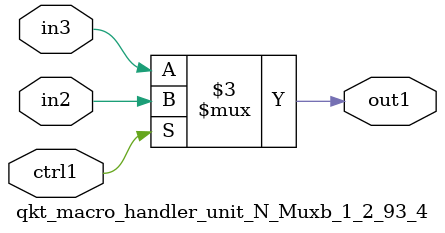
<source format=v>

`timescale 1ps / 1ps


module qkt_macro_handler_unit_N_Muxb_1_2_93_4( in3, in2, ctrl1, out1 );

    input in3;
    input in2;
    input ctrl1;
    output out1;
    reg out1;

    
    // rtl_process:qkt_macro_handler_unit_N_Muxb_1_2_93_4/qkt_macro_handler_unit_N_Muxb_1_2_93_4_thread_1
    always @*
      begin : qkt_macro_handler_unit_N_Muxb_1_2_93_4_thread_1
        case (ctrl1) 
          1'b1: 
            begin
              out1 = in2;
            end
          default: 
            begin
              out1 = in3;
            end
        endcase
      end

endmodule



</source>
